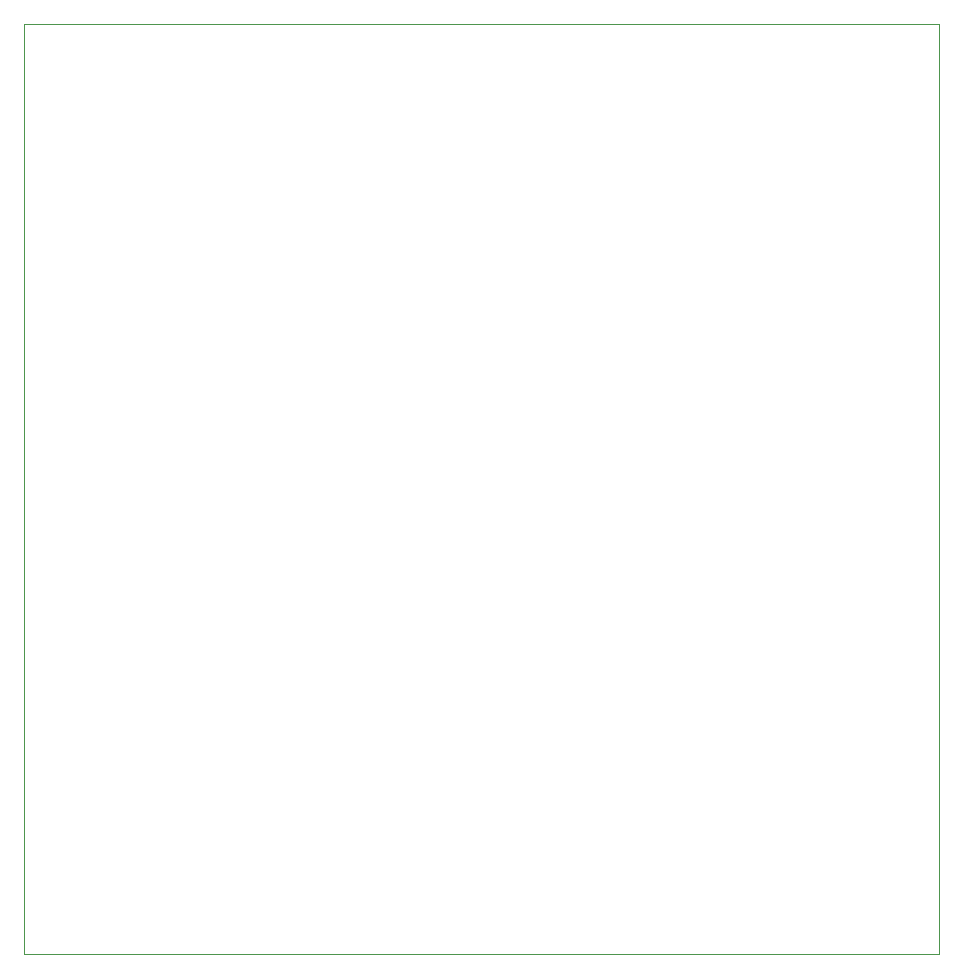
<source format=gbr>
G04 #@! TF.GenerationSoftware,KiCad,Pcbnew,5.1.5-52549c5~84~ubuntu18.04.1*
G04 #@! TF.CreationDate,2020-03-02T20:03:48-05:00*
G04 #@! TF.ProjectId,Port_Panel,506f7274-5f50-4616-9e65-6c2e6b696361,rev?*
G04 #@! TF.SameCoordinates,Original*
G04 #@! TF.FileFunction,Profile,NP*
%FSLAX46Y46*%
G04 Gerber Fmt 4.6, Leading zero omitted, Abs format (unit mm)*
G04 Created by KiCad (PCBNEW 5.1.5-52549c5~84~ubuntu18.04.1) date 2020-03-02 20:03:48*
%MOMM*%
%LPD*%
G04 APERTURE LIST*
%ADD10C,0.100000*%
G04 APERTURE END LIST*
D10*
X175260000Y-38100000D02*
X175260000Y-116840000D01*
X97790000Y-38100000D02*
X175260000Y-38100000D01*
X97790000Y-116840000D02*
X97790000Y-38100000D01*
X175260000Y-116840000D02*
X97790000Y-116840000D01*
M02*

</source>
